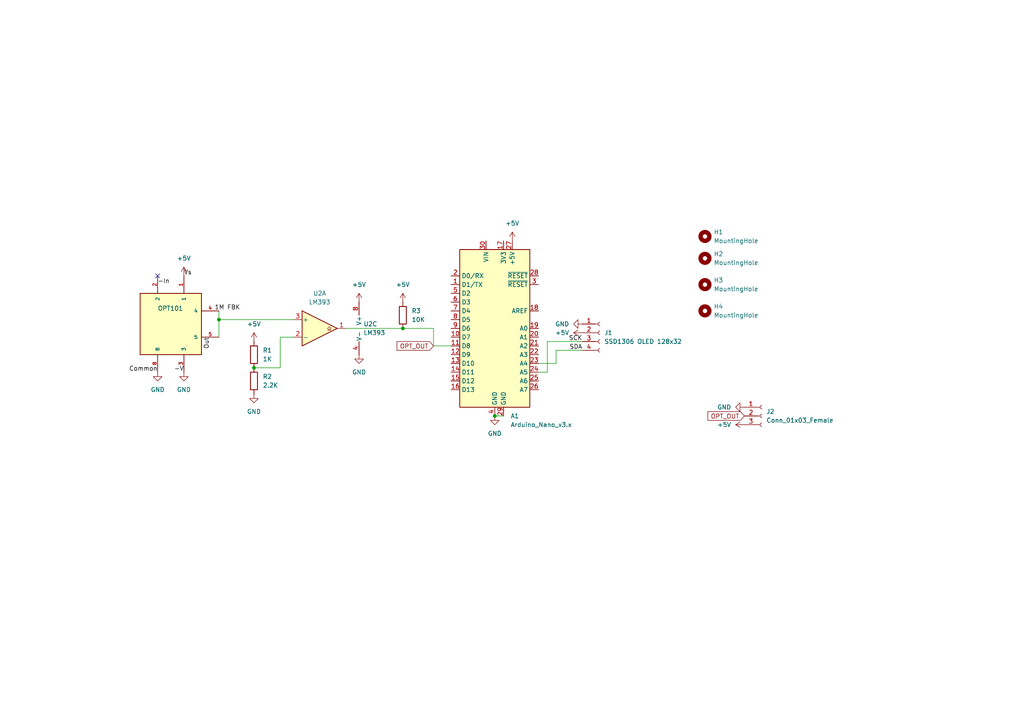
<source format=kicad_sch>
(kicad_sch (version 20211123) (generator eeschema)
  (paper "A4")
  (lib_symbols
    (symbol "Comparator:LM393" (pin_names (offset 0.127))
      (property "Reference" "U" (at 3.81 3.81 0))
      (property "Value" "LM393" (at 6.35 -3.81 0))
      (symbol "LM393_1_1"
        (polyline (pts (xy -5.08 5.08) (xy 5.08 0) (xy -5.08 -5.08) (xy -5.08 5.08)) (stroke (width 0.254)) (fill (type background)))
        (polyline (pts (xy 3.302 -0.508) (xy 2.794 -0.508) (xy 3.302 0) (xy 2.794 0.508) (xy 2.286 0) (xy 2.794 -0.508) (xy 2.286 -0.508)) (stroke (width 0.127)))
        (pin open_collector line (at 7.62 0 180) (length 2.54) (name "~") (number "1"))
        (pin input line (at -7.62 -2.54 0) (length 2.54) (name "-") (number "2"))
        (pin input line (at -7.62 2.54 0) (length 2.54) (name "+") (number "3"))
      )
      (symbol "LM393_2_1"
        (polyline (pts (xy -5.08 5.08) (xy 5.08 0) (xy -5.08 -5.08) (xy -5.08 5.08)) (stroke (width 0.254)) (fill (type background)))
        (polyline (pts (xy 3.302 -0.508) (xy 2.794 -0.508) (xy 3.302 0) (xy 2.794 0.508) (xy 2.286 0) (xy 2.794 -0.508) (xy 2.286 -0.508)) (stroke (width 0.127)))
        (pin input line (at -7.62 2.54 0) (length 2.54) (name "+") (number "5"))
        (pin input line (at -7.62 -2.54 0) (length 2.54) (name "_") (number "6"))
        (pin open_collector line (at 7.62 0 180) (length 2.54) (name "~") (number "7"))
      )
      (symbol "LM393_3_1"
        (pin power_in line (at -2.54 -7.62 90) (length 3.81) (name "V-") (number "4"))
        (pin power_in line (at -2.54 7.62 270) (length 3.81) (name "V+") (number "8"))
      )
    )
    (symbol "Connector:Conn_01x03_Female" (pin_names (offset 1.016) hide)
      (property "Reference" "J" (at 0 5.08 0))
      (property "Value" "Conn_01x03_Female" (at 0 -5.08 0))
      (symbol "Conn_01x03_Female_1_1"
        (arc (start 0 -2.032) (mid -0.508 -2.54) (end 0 -3.048) (stroke (width 0.1524)))
        (polyline (pts (xy -1.27 -2.54) (xy -0.508 -2.54)) (stroke (width 0.1524)))
        (polyline (pts (xy -1.27 0) (xy -0.508 0)) (stroke (width 0.1524)))
        (polyline (pts (xy -1.27 2.54) (xy -0.508 2.54)) (stroke (width 0.1524)))
        (arc (start 0 0.508) (mid -0.508 0) (end 0 -0.508) (stroke (width 0.1524)))
        (arc (start 0 3.048) (mid -0.508 2.54) (end 0 2.032) (stroke (width 0.1524)))
        (pin passive line (at -5.08 2.54 0) (length 3.81) (name "Pin_1") (number "1"))
        (pin passive line (at -5.08 0 0) (length 3.81) (name "Pin_2") (number "2"))
        (pin passive line (at -5.08 -2.54 0) (length 3.81) (name "Pin_3") (number "3"))
      )
    )
    (symbol "Connector:Conn_01x04_Female" (pin_names (offset 1.016) hide)
      (property "Reference" "J" (at 0 5.08 0))
      (property "Value" "Conn_01x04_Female" (at 0 -7.62 0))
      (symbol "Conn_01x04_Female_1_1"
        (arc (start 0 -4.572) (mid -0.508 -5.08) (end 0 -5.588) (stroke (width 0.1524)))
        (arc (start 0 -2.032) (mid -0.508 -2.54) (end 0 -3.048) (stroke (width 0.1524)))
        (polyline (pts (xy -1.27 -5.08) (xy -0.508 -5.08)) (stroke (width 0.1524)))
        (polyline (pts (xy -1.27 -2.54) (xy -0.508 -2.54)) (stroke (width 0.1524)))
        (polyline (pts (xy -1.27 0) (xy -0.508 0)) (stroke (width 0.1524)))
        (polyline (pts (xy -1.27 2.54) (xy -0.508 2.54)) (stroke (width 0.1524)))
        (arc (start 0 0.508) (mid -0.508 0) (end 0 -0.508) (stroke (width 0.1524)))
        (arc (start 0 3.048) (mid -0.508 2.54) (end 0 2.032) (stroke (width 0.1524)))
        (pin passive line (at -5.08 2.54 0) (length 3.81) (name "Pin_1") (number "1"))
        (pin passive line (at -5.08 0 0) (length 3.81) (name "Pin_2") (number "2"))
        (pin passive line (at -5.08 -2.54 0) (length 3.81) (name "Pin_3") (number "3"))
        (pin passive line (at -5.08 -5.08 0) (length 3.81) (name "Pin_4") (number "4"))
      )
    )
    (symbol "Device:R" (pin_numbers hide) (pin_names (offset 0))
      (property "Reference" "R" (at 2.032 0 90))
      (property "Value" "R" (at 0 0 90))
      (symbol "R_0_1"
        (rectangle (start -1.016 -2.54) (end 1.016 2.54) (stroke (width 0.254)))
      )
      (symbol "R_1_1"
        (pin passive line (at 0 3.81 270) (length 1.27) (name "~") (number "1"))
        (pin passive line (at 0 -3.81 90) (length 1.27) (name "~") (number "2"))
      )
    )
    (symbol "MCU_Module:Arduino_Nano_v3.x"
      (property "Reference" "A" (at -10.16 23.495 0))
      (property "Value" "Arduino_Nano_v3.x" (at 5.08 -24.13 0))
      (symbol "Arduino_Nano_v3.x_0_1"
        (rectangle (start -10.16 22.86) (end 10.16 -22.86) (stroke (width 0.254)) (fill (type background)))
      )
      (symbol "Arduino_Nano_v3.x_1_1"
        (pin bidirectional line (at -12.7 12.7 0) (length 2.54) (name "D1/TX") (number "1"))
        (pin bidirectional line (at -12.7 -2.54 0) (length 2.54) (name "D7") (number "10"))
        (pin bidirectional line (at -12.7 -5.08 0) (length 2.54) (name "D8") (number "11"))
        (pin bidirectional line (at -12.7 -7.62 0) (length 2.54) (name "D9") (number "12"))
        (pin bidirectional line (at -12.7 -10.16 0) (length 2.54) (name "D10") (number "13"))
        (pin bidirectional line (at -12.7 -12.7 0) (length 2.54) (name "D11") (number "14"))
        (pin bidirectional line (at -12.7 -15.24 0) (length 2.54) (name "D12") (number "15"))
        (pin bidirectional line (at -12.7 -17.78 0) (length 2.54) (name "D13") (number "16"))
        (pin power_out line (at 2.54 25.4 270) (length 2.54) (name "3V3") (number "17"))
        (pin input line (at 12.7 5.08 180) (length 2.54) (name "AREF") (number "18"))
        (pin bidirectional line (at 12.7 0 180) (length 2.54) (name "A0") (number "19"))
        (pin bidirectional line (at -12.7 15.24 0) (length 2.54) (name "D0/RX") (number "2"))
        (pin bidirectional line (at 12.7 -2.54 180) (length 2.54) (name "A1") (number "20"))
        (pin bidirectional line (at 12.7 -5.08 180) (length 2.54) (name "A2") (number "21"))
        (pin bidirectional line (at 12.7 -7.62 180) (length 2.54) (name "A3") (number "22"))
        (pin bidirectional line (at 12.7 -10.16 180) (length 2.54) (name "A4") (number "23"))
        (pin bidirectional line (at 12.7 -12.7 180) (length 2.54) (name "A5") (number "24"))
        (pin bidirectional line (at 12.7 -15.24 180) (length 2.54) (name "A6") (number "25"))
        (pin bidirectional line (at 12.7 -17.78 180) (length 2.54) (name "A7") (number "26"))
        (pin power_out line (at 5.08 25.4 270) (length 2.54) (name "+5V") (number "27"))
        (pin input line (at 12.7 15.24 180) (length 2.54) (name "~{RESET}") (number "28"))
        (pin power_in line (at 2.54 -25.4 90) (length 2.54) (name "GND") (number "29"))
        (pin input line (at 12.7 12.7 180) (length 2.54) (name "~{RESET}") (number "3"))
        (pin power_in line (at -2.54 25.4 270) (length 2.54) (name "VIN") (number "30"))
        (pin power_in line (at 0 -25.4 90) (length 2.54) (name "GND") (number "4"))
        (pin bidirectional line (at -12.7 10.16 0) (length 2.54) (name "D2") (number "5"))
        (pin bidirectional line (at -12.7 7.62 0) (length 2.54) (name "D3") (number "6"))
        (pin bidirectional line (at -12.7 5.08 0) (length 2.54) (name "D4") (number "7"))
        (pin bidirectional line (at -12.7 2.54 0) (length 2.54) (name "D5") (number "8"))
        (pin bidirectional line (at -12.7 0 0) (length 2.54) (name "D6") (number "9"))
      )
    )
    (symbol "Mechanical:MountingHole" (pin_names (offset 1.016))
      (property "Reference" "H" (at 0 5.08 0))
      (property "Value" "MountingHole" (at 0 3.175 0))
      (symbol "MountingHole_0_1"
        (circle (center 0 0) (radius 1.27) (stroke (width 1.27)))
      )
    )
    (symbol "OPT101:OPT101" (pin_names (offset 1.016))
      (symbol "OPT101_0_0"
        (rectangle (start -5.08 -12.7) (end 12.7 5.08) (stroke (width 0.254)) (fill (type background)))
        (pin bidirectional line (at 7.62 10.16 270) (length 5.08) (name "1") (number "1"))
        (pin bidirectional line (at 0 10.16 270) (length 5.08) (name "2") (number "2"))
        (pin bidirectional line (at 7.62 -17.78 90) (length 5.08) (name "3") (number "3"))
        (pin bidirectional line (at 17.78 0 180) (length 5.08) (name "4") (number "4"))
        (pin bidirectional line (at 17.78 -7.62 180) (length 5.08) (name "5") (number "5"))
        (pin bidirectional line (at 0 -17.78 90) (length 5.08) (name "8") (number "8"))
      )
    )
    (symbol "power:+5V" (power) (pin_names (offset 0))
      (property "Value" "+5V" (at 0 3.556 0))
      (symbol "+5V_0_1"
        (polyline (pts (xy -0.762 1.27) (xy 0 2.54)))
        (polyline (pts (xy 0 0) (xy 0 2.54)))
        (polyline (pts (xy 0 2.54) (xy 0.762 1.27)))
      )
      (symbol "+5V_1_1"
        (pin power_in line (at 0 0 90) (length 0) hide (name "+5V") (number "1"))
      )
    )
    (symbol "power:GND" (power) (pin_names (offset 0))
      (property "Value" "GND" (at 0 -3.81 0))
      (symbol "GND_0_1"
        (polyline (pts (xy 0 0) (xy 0 -1.27) (xy 1.27 -1.27) (xy 0 -2.54) (xy -1.27 -1.27) (xy 0 -1.27)))
      )
      (symbol "GND_1_1"
        (pin power_in line (at 0 0 270) (length 0) hide (name "GND") (number "1"))
      )
    )
  )
  (junction (at 73.66 106.68))
  (junction (at 63.5 92.71))
  (junction (at 116.84 95.25))
  (junction (at 143.51 120.65))
  (no_connect (at 45.72 80.01))
  (wire (pts (xy 158.75 107.95) (xy 156.21 107.95)))
  (wire (pts (xy 125.73 100.33) (xy 130.81 100.33)))
  (wire (pts (xy 63.5 90.17) (xy 63.5 92.71)))
  (wire (pts (xy 116.84 95.25) (xy 125.73 95.25)))
  (wire (pts (xy 143.51 120.65) (xy 146.05 120.65)))
  (wire (pts (xy 156.21 105.41) (xy 161.29 105.41)))
  (wire (pts (xy 63.5 92.71) (xy 85.09 92.71)))
  (wire (pts (xy 63.5 92.71) (xy 63.5 97.79)))
  (wire (pts (xy 161.29 101.6) (xy 161.29 105.41)))
  (wire (pts (xy 168.91 99.06) (xy 158.75 99.06)))
  (wire (pts (xy 158.75 99.06) (xy 158.75 107.95)))
  (wire (pts (xy 81.28 97.79) (xy 85.09 97.79)))
  (wire (pts (xy 125.73 95.25) (xy 125.73 100.33)))
  (wire (pts (xy 81.28 106.68) (xy 81.28 97.79)))
  (wire (pts (xy 100.33 95.25) (xy 116.84 95.25)))
  (wire (pts (xy 168.91 101.6) (xy 161.29 101.6)))
  (wire (pts (xy 73.66 106.68) (xy 81.28 106.68)))
  (label "Out" (at 60.96 97.79 270))
  (label "Common" (at 45.72 107.95 180))
  (label "Vs" (at 53.34 80.01 0))
  (label "1M FBK" (at 62.23 90.17 0))
  (label "-V" (at 53.34 107.95 180))
  (label "SDA" (at 168.91 101.6 180))
  (label "-In" (at 45.72 82.55 0))
  (label "SCK" (at 168.91 99.06 180))
  (global_label "OPT_OUT" (shape input) (at 215.9 120.65 180) (property "Intersheet References" "${INTERSHEET_REFS}" (effects hide)))
  (global_label "OPT_OUT" (shape input) (at 125.73 100.33 180) (property "Intersheet References" "${INTERSHEET_REFS}" (effects hide)))
  (symbol (lib_id "power:GND") (at 143.51 120.65 0) (unit 1)
    (property "Reference" "#PWR0111" (effects hide))
    (property "Value" "GND" (at 143.51 125.73 0))
  )
  (symbol (lib_id "Mechanical:MountingHole") (at 204.47 74.93 0) (unit 1)
    (property "Reference" "H2" (at 207.01 73.6599 0) (effects (justify left)))
    (property "Value" "MountingHole" (at 207.01 76.1999 0) (effects (justify left)))
    (property "Footprint" "MountingHole:MountingHole_3.2mm_M3_ISO7380" (effects hide))
  )
  (symbol (lib_id "power:+5V") (at 168.91 96.52 90) (unit 1)
    (property "Reference" "#PWR0110" (effects hide))
    (property "Value" "+5V" (at 165.1 96.5199 90) (effects (justify left)))
  )
  (symbol (lib_id "power:GND") (at 53.34 107.95 0) (unit 1)
    (property "Reference" "#PWR0102" (effects hide))
    (property "Value" "GND" (at 53.34 113.03 0))
  )
  (symbol (lib_id "Device:R") (at 116.84 91.44 0) (unit 1)
    (property "Reference" "R3" (at 119.38 90.1699 0) (effects (justify left)))
    (property "Value" "10K" (at 119.38 92.7099 0) (effects (justify left)))
    (property "Footprint" "Resistor_THT:R_Axial_DIN0207_L6.3mm_D2.5mm_P10.16mm_Horizontal" (effects hide))
  )
  (symbol (lib_id "power:+5V") (at 215.9 123.19 90) (unit 1)
    (property "Reference" "#PWR0113" (effects hide))
    (property "Value" "+5V" (at 212.09 123.19 90) (effects (justify left)))
  )
  (symbol (lib_id "Device:R") (at 73.66 102.87 0) (unit 1)
    (property "Reference" "R1" (at 76.2 101.5999 0) (effects (justify left)))
    (property "Value" "1K" (at 76.2 104.1399 0) (effects (justify left)))
    (property "Footprint" "Resistor_THT:R_Axial_DIN0207_L6.3mm_D2.5mm_P10.16mm_Horizontal" (effects hide))
  )
  (symbol (lib_id "Connector:Conn_01x03_Female") (at 220.98 120.65 0) (unit 1)
    (property "Reference" "J2" (at 222.25 119.3799 0) (effects (justify left)))
    (property "Value" "Conn_01x03_Female" (at 222.25 121.9199 0) (effects (justify left)))
    (property "Footprint" "Connector_PinHeader_2.54mm:PinHeader_1x03_P2.54mm_Vertical" (effects hide))
  )
  (symbol (lib_id "Comparator:LM393") (at 92.71 95.25 0) (unit 1)
    (property "Reference" "U2" (at 92.71 85.09 0))
    (property "Value" "LM393" (at 92.71 87.63 0))
    (property "Footprint" "Package_DIP:DIP-8_W7.62mm_LongPads" (effects hide))
    (property "Datasheet" "http://www.ti.com/lit/ds/symlink/lm393.pdf" (effects hide))
  )
  (symbol (lib_id "power:GND") (at 45.72 107.95 0) (unit 1)
    (property "Reference" "#PWR0101" (effects hide))
    (property "Value" "GND" (at 45.72 113.03 0))
  )
  (symbol (lib_id "power:GND") (at 73.66 114.3 0) (unit 1)
    (property "Reference" "#PWR0107" (effects hide))
    (property "Value" "GND" (at 73.66 119.38 0))
  )
  (symbol (lib_id "power:+5V") (at 104.14 87.63 0) (unit 1)
    (property "Reference" "#PWR0104" (effects hide))
    (property "Value" "+5V" (at 104.14 82.55 0))
  )
  (symbol (lib_id "power:+5V") (at 148.59 69.85 0) (unit 1)
    (property "Reference" "#PWR0109" (effects hide))
    (property "Value" "+5V" (at 148.59 64.77 0))
  )
  (symbol (lib_id "power:GND") (at 215.9 118.11 270) (unit 1)
    (property "Reference" "#PWR0114" (effects hide))
    (property "Value" "GND" (at 212.09 118.1099 90) (effects (justify right)))
  )
  (symbol (lib_id "power:+5V") (at 53.34 80.01 0) (unit 1)
    (property "Reference" "#PWR0103" (effects hide))
    (property "Value" "+5V" (at 53.34 74.93 0))
  )
  (symbol (lib_id "Connector:Conn_01x04_Female") (at 173.99 96.52 0) (unit 1)
    (property "Reference" "J1" (at 175.26 96.5199 0) (effects (justify left)))
    (property "Value" "SSD1306 OLED 128x32" (at 175.26 99.0599 0) (effects (justify left)))
    (property "Footprint" "SSD1306:SSD1306-0.91-OLED-4pin-128x32" (effects hide))
  )
  (symbol (lib_id "MCU_Module:Arduino_Nano_v3.x") (at 143.51 95.25 0) (unit 1)
    (property "Reference" "A1" (at 148.0694 120.65 0) (effects (justify left)))
    (property "Value" "Arduino_Nano_v3.x" (at 148.0694 123.19 0) (effects (justify left)))
    (property "Footprint" "Module:Arduino_Nano" (effects hide))
    (property "Datasheet" "http://www.mouser.com/pdfdocs/Gravitech_Arduino_Nano3_0.pdf" (effects hide))
  )
  (symbol (lib_id "Mechanical:MountingHole") (at 204.47 68.58 0) (unit 1)
    (property "Reference" "H1" (at 207.01 67.3099 0) (effects (justify left)))
    (property "Value" "MountingHole" (at 207.01 69.8499 0) (effects (justify left)))
    (property "Footprint" "MountingHole:MountingHole_3.2mm_M3_ISO7380" (effects hide))
  )
  (symbol (lib_id "power:GND") (at 104.14 102.87 0) (unit 1)
    (property "Reference" "#PWR0105" (effects hide))
    (property "Value" "GND" (at 104.14 107.95 0))
  )
  (symbol (lib_id "Comparator:LM393") (at 106.68 95.25 0) (unit 3)
    (property "Reference" "U2" (at 105.41 93.9799 0) (effects (justify left)))
    (property "Value" "LM393" (at 105.41 96.5199 0) (effects (justify left)))
    (property "Footprint" "Package_DIP:DIP-8_W7.62mm_LongPads" (effects hide))
    (property "Datasheet" "http://www.ti.com/lit/ds/symlink/lm393.pdf" (effects hide))
  )
  (symbol (lib_id "Mechanical:MountingHole") (at 204.47 90.17 0) (unit 1)
    (property "Reference" "H4" (at 207.01 88.8999 0) (effects (justify left)))
    (property "Value" "MountingHole" (at 207.01 91.4399 0) (effects (justify left)))
    (property "Footprint" "MountingHole:MountingHole_3.2mm_M3_ISO7380" (effects hide))
  )
  (symbol (lib_id "power:GND") (at 168.91 93.98 270) (unit 1)
    (property "Reference" "#PWR0112" (effects hide))
    (property "Value" "GND" (at 165.1 93.9799 90) (effects (justify right)))
  )
  (symbol (lib_id "power:+5V") (at 73.66 99.06 0) (unit 1)
    (property "Reference" "#PWR0106" (effects hide))
    (property "Value" "+5V" (at 73.66 93.98 0))
  )
  (symbol (lib_id "Mechanical:MountingHole") (at 204.47 82.55 0) (unit 1)
    (property "Reference" "H3" (at 207.01 81.2799 0) (effects (justify left)))
    (property "Value" "MountingHole" (at 207.01 83.8199 0) (effects (justify left)))
    (property "Footprint" "MountingHole:MountingHole_3.2mm_M3_ISO7380" (effects hide))
  )
  (symbol (lib_id "power:+5V") (at 116.84 87.63 0) (unit 1)
    (property "Reference" "#PWR0108" (effects hide))
    (property "Value" "+5V" (at 116.84 82.55 0))
  )
  (symbol (lib_id "OPT101:OPT101") (at 45.72 90.17 0) (unit 1)
    (property "Reference" "U1" (effects hide))
    (property "Value" "OPT101" (at 45.72 90.17 0) (effects (justify left bottom)))
    (property "Footprint" "Package_DIP:DIP-8_W7.62mm_LongPads" (effects hide))
  )
  (symbol (lib_id "Device:R") (at 73.66 110.49 0) (unit 1)
    (property "Reference" "R2" (at 76.2 109.2199 0) (effects (justify left)))
    (property "Value" "2.2K" (at 76.2 111.7599 0) (effects (justify left)))
    (property "Footprint" "Resistor_THT:R_Axial_DIN0207_L6.3mm_D2.5mm_P10.16mm_Horizontal" (effects hide))
  )
)
</source>
